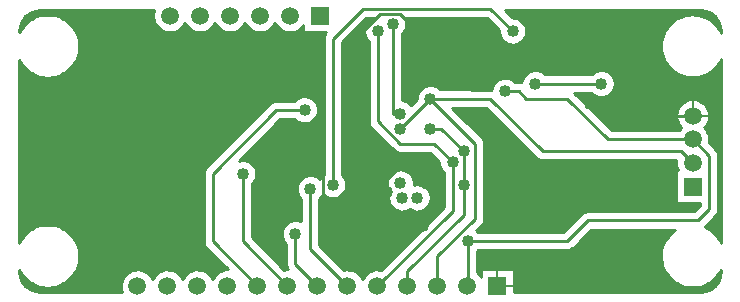
<source format=gbr>
G04 DipTrace 2.4.0.2*
%INBottom.gbr*%
%MOIN*%
%ADD13C,0.01*%
%ADD14C,0.008*%
%ADD17R,0.059X0.059*%
%ADD18C,0.0591*%
%ADD34C,0.04*%
%FSLAX44Y44*%
G04*
G70*
G90*
G75*
G01*
%LNBottom*%
%LPD*%
X13940Y7690D2*
D13*
Y5690D1*
X15185Y4445D1*
X18190Y12940D2*
X19440Y11690D1*
X24190D1*
X17379Y8628D2*
X17129D1*
X16504Y8003D1*
Y7940D1*
Y7565D1*
X26690Y10121D2*
X25759D1*
X24190Y11690D1*
X16504Y7940D2*
X15440D1*
Y7878D1*
X17440Y12940D2*
Y13003D1*
X16940Y13503D1*
X16253D1*
X15690Y12940D1*
Y10378D1*
X15628Y10315D1*
X17690Y6440D2*
X16503Y5253D1*
X16190D1*
X15440Y7878D2*
Y7565D1*
X14878Y7003D1*
X14628D1*
X14377Y7253D1*
Y10815D1*
X14002Y11190D1*
X7627D1*
X7440Y11003D1*
Y12128D2*
Y11003D1*
Y6753D1*
X7690Y6503D1*
Y5815D1*
X6690Y4815D1*
X23255Y10503D2*
X24192D1*
X24380Y10316D1*
X20442Y9378D2*
Y8440D1*
X22254Y6628D1*
X22504Y8003D2*
Y6878D1*
X22254Y6628D1*
X7440Y11003D2*
X8254D1*
X9816Y9441D1*
X7440Y11003D2*
X6002D1*
X4690Y9691D1*
X18692Y8565D2*
Y6952D1*
X16185Y4445D1*
X18692Y8565D2*
X18067Y9190D1*
X16940D1*
X16190Y9940D1*
Y12940D1*
X13440Y6190D2*
Y5190D1*
X14185Y4445D1*
X17185D2*
Y4935D1*
X19065Y6815D1*
Y7690D1*
Y8940D1*
X18315Y9690D1*
X17940D1*
X21440Y11190D2*
X23640D1*
X19065Y7815D2*
Y7690D1*
X17940Y10690D2*
X16940Y9690D1*
X17940Y10690D2*
X19942D1*
X21692Y8940D1*
X26296D1*
X26690Y8546D1*
X18185Y4445D2*
Y5435D1*
X19440Y6690D1*
Y9190D1*
X17940Y10690D1*
X19190Y5940D2*
Y4445D1*
X19185D1*
X20440Y10940D2*
X20890D1*
X21140Y10690D1*
X22512D1*
X23868Y9334D1*
X26690D1*
X27235Y8789D1*
Y6995D1*
X26868Y6628D1*
X23192D1*
X22504Y5940D1*
X19190D1*
X14690Y7815D2*
Y12690D1*
X15690Y13690D1*
X19940D1*
X20690Y12940D1*
X13753Y10315D2*
X12815D1*
X10690Y8190D1*
Y5940D1*
X12185Y4445D1*
X16690Y13190D2*
Y10190D1*
X16940D1*
X11690Y8190D2*
Y5940D1*
X13185Y4445D1*
D34*
X17690Y6440D3*
X16690Y13190D3*
X13940Y7690D3*
X19440Y11690D3*
X18190Y12940D3*
X17940Y9690D3*
X13440Y6190D3*
X11690Y8190D3*
X19190Y5940D3*
X16504Y7565D3*
X17379Y8628D3*
X16940Y10190D3*
X16190Y12940D3*
X24190Y11690D3*
X21440Y11190D3*
X20440Y10940D3*
X13753Y10315D3*
X18692Y8565D3*
X19065Y8940D3*
X14690Y7815D3*
X16940Y9690D3*
X17940Y10690D3*
X20690Y12940D3*
X16190Y5253D3*
X19065Y7815D3*
X15628Y10315D3*
X17440Y12940D3*
X15440Y7878D3*
X23640Y11190D3*
X7440Y12128D3*
Y11003D3*
X7690Y6503D3*
X6690Y4815D3*
X16941Y7878D3*
X17004Y7378D3*
X17504D3*
X20442Y9378D3*
X23255Y10503D3*
X24380Y10316D3*
X22254Y6628D3*
X22504Y8003D3*
X9816Y9441D3*
X4690Y9691D3*
X4598Y13541D2*
D13*
X8704D1*
X20529D2*
X27285D1*
X4470Y13443D2*
X4864D1*
X5516D2*
X8696D1*
X20627D2*
X26343D1*
X27026D2*
X27414D1*
X4388Y13344D2*
X4643D1*
X5737D2*
X8706D1*
X15784D2*
X15973D1*
X17127D2*
X19846D1*
X20907D2*
X26131D1*
X27240D2*
X27493D1*
X4327Y13245D2*
X4504D1*
X5876D2*
X8734D1*
X15685D2*
X15845D1*
X17151D2*
X19945D1*
X21035D2*
X25993D1*
X27377D2*
X27554D1*
X4287Y13147D2*
X4401D1*
X5979D2*
X8784D1*
X9726D2*
X9784D1*
X10726D2*
X10784D1*
X11726D2*
X11784D1*
X12726D2*
X12784D1*
X15587D2*
X15776D1*
X17152D2*
X20043D1*
X21104D2*
X25892D1*
X27477D2*
X27595D1*
X4266Y13048D2*
X4323D1*
X6057D2*
X8867D1*
X9645D2*
X9867D1*
X10645D2*
X10867D1*
X11645D2*
X11867D1*
X12645D2*
X12867D1*
X13645D2*
X13696D1*
X15488D2*
X15739D1*
X17130D2*
X20142D1*
X21141D2*
X25814D1*
X27555D2*
X27614D1*
X6120Y12949D2*
X9009D1*
X9501D2*
X10009D1*
X10501D2*
X11009D1*
X11501D2*
X12009D1*
X12501D2*
X13009D1*
X13501D2*
X13696D1*
X15388D2*
X15726D1*
X17085D2*
X20226D1*
X21154D2*
X25753D1*
X6168Y12851D2*
X14421D1*
X15290D2*
X15735D1*
X17004D2*
X20235D1*
X21145D2*
X25706D1*
X6204Y12752D2*
X14382D1*
X15191D2*
X15767D1*
X17004D2*
X20267D1*
X21113D2*
X25670D1*
X6229Y12653D2*
X14376D1*
X15093D2*
X15828D1*
X17004D2*
X20328D1*
X21052D2*
X25645D1*
X6245Y12554D2*
X14376D1*
X15004D2*
X15876D1*
X17004D2*
X20440D1*
X20940D2*
X25629D1*
X6251Y12456D2*
X14376D1*
X15004D2*
X15876D1*
X17004D2*
X25625D1*
X6248Y12357D2*
X14376D1*
X15004D2*
X15876D1*
X17004D2*
X25628D1*
X6235Y12258D2*
X14376D1*
X15004D2*
X15876D1*
X17004D2*
X25640D1*
X6213Y12160D2*
X14376D1*
X15004D2*
X15876D1*
X17004D2*
X25664D1*
X6180Y12061D2*
X14376D1*
X15004D2*
X15876D1*
X17004D2*
X25696D1*
X6137Y11962D2*
X14376D1*
X15004D2*
X15876D1*
X17004D2*
X25742D1*
X6079Y11864D2*
X14376D1*
X15004D2*
X15876D1*
X17004D2*
X25800D1*
X27571D2*
X27631D1*
X4251Y11765D2*
X4375D1*
X6005D2*
X14376D1*
X15004D2*
X15876D1*
X17004D2*
X25873D1*
X27496D2*
X27631D1*
X4251Y11666D2*
X4468D1*
X5912D2*
X14376D1*
X15004D2*
X15876D1*
X17004D2*
X25968D1*
X27401D2*
X27631D1*
X4251Y11568D2*
X4593D1*
X5787D2*
X14376D1*
X15004D2*
X15876D1*
X17004D2*
X21178D1*
X21702D2*
X23378D1*
X23902D2*
X26096D1*
X27274D2*
X27631D1*
X4251Y11469D2*
X4778D1*
X5602D2*
X14376D1*
X15004D2*
X15876D1*
X17004D2*
X21071D1*
X24009D2*
X26285D1*
X27085D2*
X27631D1*
X4251Y11370D2*
X14376D1*
X15004D2*
X15876D1*
X17004D2*
X20285D1*
X20595D2*
X21014D1*
X24066D2*
X27631D1*
X4251Y11272D2*
X14376D1*
X15004D2*
X15876D1*
X17004D2*
X20120D1*
X20760D2*
X20984D1*
X24096D2*
X27631D1*
X4251Y11173D2*
X14376D1*
X15004D2*
X15876D1*
X17004D2*
X20040D1*
X24104D2*
X27631D1*
X4251Y11074D2*
X14376D1*
X15004D2*
X15876D1*
X17004D2*
X17689D1*
X18191D2*
X19996D1*
X24088D2*
X27631D1*
X4251Y10975D2*
X14376D1*
X15004D2*
X15876D1*
X17004D2*
X17578D1*
X24049D2*
X27631D1*
X4251Y10877D2*
X14376D1*
X15004D2*
X15876D1*
X17004D2*
X17517D1*
X22765D2*
X23301D1*
X23979D2*
X27631D1*
X4251Y10778D2*
X14376D1*
X15004D2*
X15876D1*
X17004D2*
X17485D1*
X22863D2*
X23440D1*
X23840D2*
X27631D1*
X4251Y10679D2*
X13471D1*
X14034D2*
X14376D1*
X15004D2*
X15876D1*
X17004D2*
X17476D1*
X22962D2*
X27631D1*
X4251Y10581D2*
X12657D1*
X14130D2*
X14376D1*
X15004D2*
X15876D1*
X17180D2*
X17392D1*
X23062D2*
X26379D1*
X27001D2*
X27631D1*
X4251Y10482D2*
X12542D1*
X14185D2*
X14376D1*
X15004D2*
X15876D1*
X23160D2*
X26267D1*
X27113D2*
X27631D1*
X4251Y10383D2*
X12443D1*
X14212D2*
X14376D1*
X15004D2*
X15876D1*
X18687D2*
X19809D1*
X23259D2*
X26198D1*
X27182D2*
X27631D1*
X4251Y10285D2*
X12345D1*
X14215D2*
X14376D1*
X15004D2*
X15876D1*
X18785D2*
X19907D1*
X23357D2*
X26156D1*
X27224D2*
X27631D1*
X4251Y10186D2*
X12246D1*
X14198D2*
X14376D1*
X15004D2*
X15876D1*
X18884D2*
X20007D1*
X23455D2*
X26134D1*
X27246D2*
X27631D1*
X4251Y10087D2*
X12148D1*
X14155D2*
X14376D1*
X15004D2*
X15876D1*
X18982D2*
X20106D1*
X23554D2*
X26132D1*
X27248D2*
X27631D1*
X4251Y9989D2*
X12050D1*
X12929D2*
X13428D1*
X14077D2*
X14376D1*
X15004D2*
X15876D1*
X19080D2*
X20204D1*
X23654D2*
X26146D1*
X27234D2*
X27631D1*
X4251Y9890D2*
X11950D1*
X12829D2*
X13584D1*
X13921D2*
X14376D1*
X15004D2*
X15881D1*
X19180D2*
X20303D1*
X23752D2*
X26182D1*
X27198D2*
X27631D1*
X4251Y9791D2*
X11851D1*
X12730D2*
X14376D1*
X15004D2*
X15915D1*
X19279D2*
X20401D1*
X23851D2*
X26242D1*
X27138D2*
X27631D1*
X4251Y9693D2*
X11753D1*
X12632D2*
X14376D1*
X15004D2*
X15998D1*
X19377D2*
X20500D1*
X23949D2*
X26264D1*
X27116D2*
X27631D1*
X4251Y9594D2*
X11654D1*
X12534D2*
X14376D1*
X15004D2*
X16096D1*
X19476D2*
X20600D1*
X27184D2*
X27631D1*
X4251Y9495D2*
X11556D1*
X12435D2*
X14376D1*
X15004D2*
X16195D1*
X19574D2*
X20698D1*
X27224D2*
X27631D1*
X4251Y9396D2*
X11457D1*
X12337D2*
X14376D1*
X15004D2*
X16293D1*
X19673D2*
X20796D1*
X27246D2*
X27631D1*
X4251Y9298D2*
X11357D1*
X12237D2*
X14376D1*
X15004D2*
X16393D1*
X19734D2*
X20895D1*
X27248D2*
X27631D1*
X4251Y9199D2*
X11259D1*
X12138D2*
X14376D1*
X15004D2*
X16492D1*
X19754D2*
X20993D1*
X27265D2*
X27631D1*
X4251Y9100D2*
X11160D1*
X12040D2*
X14376D1*
X15004D2*
X16590D1*
X19754D2*
X21092D1*
X27363D2*
X27631D1*
X4251Y9002D2*
X11062D1*
X11941D2*
X14376D1*
X15004D2*
X16689D1*
X19754D2*
X21192D1*
X27462D2*
X27631D1*
X4251Y8903D2*
X10964D1*
X11843D2*
X14376D1*
X15004D2*
X16831D1*
X19754D2*
X21290D1*
X27527D2*
X27631D1*
X4251Y8804D2*
X10865D1*
X11745D2*
X14376D1*
X15004D2*
X18014D1*
X19754D2*
X21389D1*
X27549D2*
X27631D1*
X4251Y8706D2*
X10765D1*
X11646D2*
X14376D1*
X15004D2*
X18112D1*
X19754D2*
X21489D1*
X27549D2*
X27631D1*
X4251Y8607D2*
X10667D1*
X11879D2*
X14376D1*
X15004D2*
X18210D1*
X19754D2*
X26134D1*
X27549D2*
X27631D1*
X4251Y8508D2*
X10568D1*
X12024D2*
X14376D1*
X15004D2*
X18231D1*
X19754D2*
X26132D1*
X27549D2*
X27631D1*
X4251Y8410D2*
X10470D1*
X12098D2*
X14376D1*
X15004D2*
X18256D1*
X19754D2*
X26148D1*
X27549D2*
X27631D1*
X4251Y8311D2*
X10401D1*
X12137D2*
X14376D1*
X15004D2*
X16795D1*
X17088D2*
X18306D1*
X19754D2*
X26184D1*
X27549D2*
X27631D1*
X4251Y8212D2*
X10378D1*
X12154D2*
X14376D1*
X15004D2*
X16625D1*
X17259D2*
X18378D1*
X19754D2*
X26131D1*
X27549D2*
X27631D1*
X4251Y8114D2*
X10376D1*
X12148D2*
X13767D1*
X14113D2*
X14339D1*
X15041D2*
X16543D1*
X17340D2*
X18378D1*
X19754D2*
X26131D1*
X27549D2*
X27631D1*
X4251Y8015D2*
X10376D1*
X12118D2*
X13614D1*
X15107D2*
X16498D1*
X17384D2*
X18378D1*
X19754D2*
X26131D1*
X27549D2*
X27631D1*
X4251Y7916D2*
X10376D1*
X12062D2*
X13537D1*
X15143D2*
X16479D1*
X17404D2*
X18378D1*
X19754D2*
X26131D1*
X27549D2*
X27631D1*
X4251Y7817D2*
X10376D1*
X12004D2*
X13495D1*
X15154D2*
X16481D1*
X17627D2*
X18378D1*
X19754D2*
X26131D1*
X27549D2*
X27631D1*
X4251Y7719D2*
X10376D1*
X12004D2*
X13478D1*
X15143D2*
X16506D1*
X17813D2*
X18378D1*
X19754D2*
X26131D1*
X27549D2*
X27631D1*
X4251Y7620D2*
X10376D1*
X12004D2*
X13481D1*
X15110D2*
X16557D1*
X17898D2*
X18378D1*
X19754D2*
X26131D1*
X27549D2*
X27631D1*
X4251Y7521D2*
X10376D1*
X12004D2*
X13509D1*
X15046D2*
X16564D1*
X17945D2*
X18378D1*
X19754D2*
X26131D1*
X27549D2*
X27631D1*
X4251Y7423D2*
X10376D1*
X12004D2*
X13564D1*
X14316D2*
X14451D1*
X14929D2*
X16542D1*
X17965D2*
X18378D1*
X19754D2*
X26131D1*
X27549D2*
X27631D1*
X4251Y7324D2*
X10376D1*
X12004D2*
X13626D1*
X14254D2*
X16543D1*
X17965D2*
X18378D1*
X19754D2*
X26131D1*
X27549D2*
X27631D1*
X4251Y7225D2*
X10376D1*
X12004D2*
X13626D1*
X14254D2*
X16567D1*
X17941D2*
X18378D1*
X19754D2*
X26131D1*
X27549D2*
X27631D1*
X4251Y7127D2*
X10376D1*
X12004D2*
X13626D1*
X14254D2*
X16615D1*
X17891D2*
X18378D1*
X19754D2*
X26921D1*
X27549D2*
X27631D1*
X4251Y7028D2*
X10376D1*
X12004D2*
X13626D1*
X14254D2*
X16704D1*
X17802D2*
X18328D1*
X19754D2*
X26829D1*
X27549D2*
X27631D1*
X4251Y6929D2*
X10376D1*
X12004D2*
X13626D1*
X14254D2*
X16925D1*
X17082D2*
X17425D1*
X17582D2*
X18229D1*
X19754D2*
X23143D1*
X27541D2*
X27631D1*
X4251Y6831D2*
X10376D1*
X12004D2*
X13626D1*
X14254D2*
X18131D1*
X19754D2*
X22956D1*
X27501D2*
X27631D1*
X4251Y6732D2*
X10376D1*
X12004D2*
X13626D1*
X14254D2*
X18032D1*
X19754D2*
X22856D1*
X27412D2*
X27631D1*
X4251Y6633D2*
X10376D1*
X12004D2*
X13332D1*
X13548D2*
X13626D1*
X14254D2*
X17934D1*
X19749D2*
X22757D1*
X27313D2*
X27631D1*
X4251Y6535D2*
X10376D1*
X12004D2*
X13134D1*
X14254D2*
X17835D1*
X19712D2*
X22659D1*
X27215D2*
X27631D1*
X4251Y6436D2*
X4843D1*
X5537D2*
X10376D1*
X12004D2*
X13048D1*
X14254D2*
X17735D1*
X19626D2*
X22560D1*
X27116D2*
X27631D1*
X4251Y6337D2*
X4632D1*
X5748D2*
X10376D1*
X12004D2*
X13001D1*
X14254D2*
X17637D1*
X19527D2*
X22462D1*
X27251D2*
X27631D1*
X4251Y6238D2*
X4496D1*
X5884D2*
X10376D1*
X12004D2*
X12979D1*
X14254D2*
X17539D1*
X23243D2*
X25985D1*
X27385D2*
X27631D1*
X4251Y6140D2*
X4395D1*
X5985D2*
X10376D1*
X12004D2*
X12979D1*
X14254D2*
X17440D1*
X23143D2*
X25885D1*
X27484D2*
X27631D1*
X4251Y6041D2*
X4319D1*
X6062D2*
X10376D1*
X12029D2*
X13001D1*
X14254D2*
X17342D1*
X23045D2*
X25809D1*
X27560D2*
X27631D1*
X6123Y5942D2*
X10376D1*
X12127D2*
X13050D1*
X14254D2*
X17243D1*
X22946D2*
X25750D1*
X6171Y5844D2*
X10392D1*
X12226D2*
X13126D1*
X14254D2*
X17143D1*
X22848D2*
X25703D1*
X6205Y5745D2*
X10446D1*
X12324D2*
X13126D1*
X14324D2*
X17045D1*
X22749D2*
X25668D1*
X6230Y5646D2*
X10543D1*
X12423D2*
X13126D1*
X14423D2*
X16946D1*
X22593D2*
X25643D1*
X6246Y5548D2*
X10643D1*
X12523D2*
X13126D1*
X14523D2*
X16848D1*
X19504D2*
X25629D1*
X6251Y5449D2*
X10742D1*
X12621D2*
X13126D1*
X14621D2*
X16750D1*
X19504D2*
X25625D1*
X6248Y5350D2*
X10840D1*
X12720D2*
X13126D1*
X14720D2*
X16651D1*
X19504D2*
X25628D1*
X6234Y5252D2*
X10939D1*
X12818D2*
X13126D1*
X14818D2*
X16551D1*
X19504D2*
X25642D1*
X6212Y5153D2*
X11037D1*
X12916D2*
X13128D1*
X14916D2*
X16453D1*
X19504D2*
X25665D1*
X6177Y5054D2*
X11135D1*
X13015D2*
X13159D1*
X15015D2*
X16354D1*
X19504D2*
X25700D1*
X6134Y4955D2*
X7956D1*
X8404D2*
X8973D1*
X9396D2*
X9973D1*
X10396D2*
X10973D1*
X15396D2*
X15973D1*
X19504D2*
X19626D1*
X20745D2*
X25745D1*
X6074Y4857D2*
X7801D1*
X8559D2*
X8812D1*
X9559D2*
X9812D1*
X10559D2*
X10812D1*
X15559D2*
X15812D1*
X19559D2*
X19626D1*
X20745D2*
X25804D1*
X27566D2*
X27618D1*
X4277Y4758D2*
X4379D1*
X6001D2*
X7715D1*
X8645D2*
X8725D1*
X9646D2*
X9725D1*
X10646D2*
X10725D1*
X15646D2*
X15725D1*
X20745D2*
X25879D1*
X27491D2*
X27604D1*
X4318Y4659D2*
X4476D1*
X5904D2*
X7662D1*
X20745D2*
X25976D1*
X27393D2*
X27564D1*
X4370Y4561D2*
X4604D1*
X5776D2*
X7632D1*
X20745D2*
X26107D1*
X27263D2*
X27514D1*
X4445Y4462D2*
X4795D1*
X5585D2*
X7621D1*
X20745D2*
X26303D1*
X27068D2*
X27437D1*
X4565Y4363D2*
X7628D1*
X20745D2*
X27317D1*
X4780Y4265D2*
X7653D1*
X20745D2*
X27104D1*
X26191Y8308D2*
X26196D1*
X26169Y8374D1*
X26146Y8471D1*
X26141Y8571D1*
X26149Y8638D1*
X26046Y8636D1*
X21692D1*
X21643Y8640D1*
X21594Y8652D1*
X21548Y8672D1*
X21520Y8690D1*
X21477Y8725D1*
X19817Y10386D1*
X18675D1*
X19110Y9950D1*
X19655Y9405D1*
X19687Y9367D1*
X19713Y9324D1*
X19731Y9278D1*
X19739Y9245D1*
X19744Y9190D1*
Y6690D1*
X19740Y6640D1*
X19728Y6592D1*
X19708Y6546D1*
X19690Y6517D1*
X19655Y6475D1*
X19475Y6295D1*
X19527Y6243D1*
X19890Y6244D1*
X22379D1*
X22977Y6843D1*
X23015Y6875D1*
X23058Y6901D1*
X23105Y6919D1*
X23137Y6927D1*
X23192Y6932D1*
X26744D1*
X26930Y7120D1*
X26931Y7209D1*
X26141Y7210D1*
Y8308D1*
X26191D1*
X27237Y9284D2*
X27228Y9227D1*
X27450Y9004D1*
X27483Y8965D1*
X27508Y8923D1*
X27526Y8876D1*
X27534Y8843D1*
X27539Y8789D1*
Y6995D1*
X27535Y6945D1*
X27523Y6897D1*
X27503Y6851D1*
X27485Y6822D1*
X27450Y6780D1*
X27087Y6417D1*
X27163Y6382D1*
X27249Y6332D1*
X27331Y6274D1*
X27407Y6209D1*
X27476Y6137D1*
X27538Y6059D1*
X27593Y5975D1*
X27640Y5885D1*
Y12004D1*
X27596Y11920D1*
X27542Y11836D1*
X27480Y11757D1*
X27411Y11685D1*
X27336Y11619D1*
X27254Y11561D1*
X27168Y11511D1*
X27077Y11469D1*
X26982Y11437D1*
X26885Y11413D1*
X26786Y11399D1*
X26686Y11394D1*
X26587Y11398D1*
X26488Y11412D1*
X26390Y11436D1*
X26296Y11468D1*
X26205Y11510D1*
X26118Y11560D1*
X26037Y11617D1*
X25961Y11683D1*
X25892Y11755D1*
X25830Y11833D1*
X25776Y11917D1*
X25730Y12006D1*
X25692Y12099D1*
X25664Y12195D1*
X25645Y12293D1*
X25635Y12392D1*
Y12492D1*
X25644Y12592D1*
X25663Y12690D1*
X25690Y12786D1*
X25727Y12879D1*
X25773Y12968D1*
X25827Y13052D1*
X25888Y13131D1*
X25957Y13203D1*
X26032Y13269D1*
X26114Y13327D1*
X26200Y13378D1*
X26291Y13420D1*
X26385Y13453D1*
X26482Y13477D1*
X26581Y13491D1*
X26681Y13496D1*
X26781Y13492D1*
X26880Y13478D1*
X26977Y13455D1*
X27072Y13423D1*
X27163Y13382D1*
X27249Y13332D1*
X27331Y13274D1*
X27407Y13209D1*
X27476Y13137D1*
X27538Y13059D1*
X27593Y12975D1*
X27640Y12885D1*
Y12922D1*
X27614Y13123D1*
X27545Y13290D1*
X27435Y13434D1*
X27291Y13545D1*
X27122Y13614D1*
X26920Y13640D1*
X20419D1*
X20667Y13393D1*
X20750Y13390D1*
X20799Y13381D1*
X20847Y13366D1*
X20893Y13346D1*
X20936Y13321D1*
X20977Y13292D1*
X21014Y13258D1*
X21047Y13221D1*
X21076Y13180D1*
X21100Y13136D1*
X21119Y13090D1*
X21132Y13042D1*
X21141Y12992D1*
X21144Y12940D1*
X21141Y12890D1*
X21133Y12841D1*
X21119Y12793D1*
X21101Y12746D1*
X21077Y12702D1*
X21048Y12661D1*
X21016Y12624D1*
X20979Y12590D1*
X20939Y12560D1*
X20895Y12535D1*
X20850Y12515D1*
X20802Y12500D1*
X20753Y12490D1*
X20703Y12486D1*
X20653Y12488D1*
X20604Y12494D1*
X20555Y12506D1*
X20508Y12524D1*
X20464Y12546D1*
X20422Y12574D1*
X20383Y12605D1*
X20348Y12641D1*
X20318Y12680D1*
X20291Y12723D1*
X20270Y12768D1*
X20253Y12815D1*
X20242Y12864D1*
X20237Y12914D1*
Y12962D1*
X19839Y13361D1*
X19813Y13387D1*
X18890Y13386D1*
X17100D1*
X17119Y13340D1*
X17132Y13292D1*
X17141Y13242D1*
X17144Y13190D1*
X17141Y13140D1*
X17133Y13091D1*
X17119Y13043D1*
X17101Y12996D1*
X17077Y12952D1*
X17048Y12911D1*
X16994Y12854D1*
Y10642D1*
X17049Y10631D1*
X17097Y10616D1*
X17143Y10596D1*
X17186Y10571D1*
X17227Y10542D1*
X17264Y10508D1*
X17294Y10474D1*
X17486Y10666D1*
X17492Y10763D1*
X17503Y10812D1*
X17519Y10860D1*
X17540Y10905D1*
X17566Y10947D1*
X17597Y10987D1*
X17631Y11023D1*
X17670Y11055D1*
X17712Y11082D1*
X17756Y11105D1*
X17803Y11123D1*
X17851Y11135D1*
X17901Y11142D1*
X17951Y11144D1*
X18000Y11140D1*
X18049Y11131D1*
X18097Y11116D1*
X18143Y11096D1*
X18186Y11071D1*
X18227Y11042D1*
X18277Y10993D1*
X18640Y10994D1*
X19978Y10992D1*
X19992Y11013D1*
X20003Y11062D1*
X20019Y11110D1*
X20040Y11155D1*
X20066Y11197D1*
X20097Y11237D1*
X20131Y11273D1*
X20170Y11305D1*
X20212Y11332D1*
X20256Y11355D1*
X20303Y11373D1*
X20351Y11385D1*
X20401Y11392D1*
X20451Y11394D1*
X20500Y11390D1*
X20549Y11381D1*
X20597Y11366D1*
X20643Y11346D1*
X20686Y11321D1*
X20727Y11292D1*
X20777Y11243D1*
X20890Y11244D1*
X20924Y11242D1*
X20974Y11232D1*
X20992Y11263D1*
X21003Y11312D1*
X21019Y11360D1*
X21040Y11405D1*
X21066Y11447D1*
X21097Y11487D1*
X21131Y11523D1*
X21170Y11555D1*
X21212Y11582D1*
X21256Y11605D1*
X21303Y11623D1*
X21351Y11635D1*
X21401Y11642D1*
X21451Y11644D1*
X21500Y11640D1*
X21549Y11631D1*
X21597Y11616D1*
X21643Y11596D1*
X21686Y11571D1*
X21727Y11542D1*
X21777Y11493D1*
X22140Y11494D1*
X23304D1*
X23331Y11523D1*
X23370Y11555D1*
X23412Y11582D1*
X23456Y11605D1*
X23503Y11623D1*
X23551Y11635D1*
X23601Y11642D1*
X23651Y11644D1*
X23700Y11640D1*
X23749Y11631D1*
X23797Y11616D1*
X23843Y11596D1*
X23886Y11571D1*
X23927Y11542D1*
X23964Y11508D1*
X23997Y11471D1*
X24026Y11430D1*
X24050Y11386D1*
X24069Y11340D1*
X24082Y11292D1*
X24091Y11242D1*
X24094Y11190D1*
X24091Y11140D1*
X24083Y11091D1*
X24069Y11043D1*
X24051Y10996D1*
X24027Y10952D1*
X23998Y10911D1*
X23966Y10874D1*
X23929Y10840D1*
X23889Y10810D1*
X23845Y10785D1*
X23800Y10765D1*
X23752Y10750D1*
X23703Y10740D1*
X23653Y10736D1*
X23603Y10738D1*
X23554Y10744D1*
X23505Y10756D1*
X23458Y10774D1*
X23414Y10796D1*
X23372Y10824D1*
X23333Y10855D1*
X23304Y10886D1*
X22745D1*
X23399Y10233D1*
X23994Y9638D1*
X26234Y9640D1*
X26297Y9717D1*
X26307Y9727D1*
X26258Y9782D1*
X26218Y9840D1*
X26186Y9902D1*
X26163Y9968D1*
X26147Y10036D1*
X26141Y10106D1*
X26143Y10176D1*
X26155Y10245D1*
X26175Y10312D1*
X26203Y10376D1*
X26239Y10435D1*
X26283Y10490D1*
X26333Y10539D1*
X26389Y10581D1*
X26450Y10615D1*
X26515Y10642D1*
X26582Y10660D1*
X26652Y10669D1*
X26722Y10670D1*
X26791Y10661D1*
X26859Y10644D1*
X26924Y10618D1*
X26985Y10585D1*
X27042Y10543D1*
X27092Y10495D1*
X27137Y10441D1*
X27174Y10382D1*
X27203Y10318D1*
X27224Y10251D1*
X27236Y10182D1*
X27239Y10111D1*
X27233Y10042D1*
X27219Y9973D1*
X27196Y9907D1*
X27164Y9845D1*
X27125Y9786D1*
X27073Y9728D1*
X27131Y9662D1*
X27183Y9576D1*
X27219Y9483D1*
X27237Y9385D1*
Y9284D1*
X19646Y4994D2*
X20734D1*
Y4240D1*
X26922D1*
X27123Y4266D1*
X27290Y4335D1*
X27434Y4445D1*
X27545Y4590D1*
X27614Y4758D1*
X27640Y4960D1*
X27620Y4964D1*
X27570Y4877D1*
X27512Y4796D1*
X27446Y4720D1*
X27374Y4651D1*
X27296Y4589D1*
X27211Y4535D1*
X27123Y4489D1*
X27030Y4452D1*
X26934Y4424D1*
X26836Y4405D1*
X26736Y4395D1*
X26636D1*
X26537Y4404D1*
X26439Y4423D1*
X26343Y4451D1*
X26250Y4488D1*
X26161Y4534D1*
X26077Y4588D1*
X25998Y4649D1*
X25926Y4718D1*
X25860Y4793D1*
X25802Y4875D1*
X25752Y4961D1*
X25710Y5052D1*
X25677Y5146D1*
X25653Y5243D1*
X25639Y5342D1*
X25634Y5442D1*
X25638Y5542D1*
X25652Y5641D1*
X25675Y5738D1*
X25708Y5833D1*
X25749Y5924D1*
X25799Y6011D1*
X25857Y6092D1*
X25922Y6168D1*
X25994Y6237D1*
X26072Y6299D1*
X26110Y6325D1*
X25318Y6324D1*
X23316D1*
X22947Y5953D1*
X22719Y5725D1*
X22681Y5693D1*
X22638Y5667D1*
X22592Y5649D1*
X22559Y5641D1*
X22504Y5636D1*
X19528D1*
X19494Y5604D1*
Y4898D1*
X19560Y4846D1*
X19626Y4771D1*
X19636Y4757D1*
Y4994D1*
X19646D1*
X15685Y4671D2*
X15730Y4752D1*
X15793Y4829D1*
X15869Y4894D1*
X15955Y4944D1*
X16049Y4977D1*
X16148Y4993D1*
X16248Y4990D1*
X16292Y4983D1*
X18389Y7079D1*
X18388Y7602D1*
Y8228D1*
X18350Y8267D1*
X18319Y8306D1*
X18293Y8348D1*
X18271Y8394D1*
X18255Y8441D1*
X18244Y8490D1*
X18238Y8539D1*
Y8588D1*
X17941Y8886D1*
X16940D1*
X16890Y8890D1*
X16842Y8902D1*
X16796Y8922D1*
X16767Y8940D1*
X16725Y8975D1*
X15975Y9725D1*
X15943Y9763D1*
X15917Y9806D1*
X15899Y9853D1*
X15891Y9885D1*
X15886Y9940D1*
Y12604D1*
X15848Y12641D1*
X15818Y12680D1*
X15791Y12723D1*
X15770Y12768D1*
X15753Y12815D1*
X15742Y12864D1*
X15737Y12914D1*
Y12964D1*
X15742Y13013D1*
X15753Y13062D1*
X15769Y13110D1*
X15790Y13155D1*
X15816Y13197D1*
X15847Y13237D1*
X15881Y13273D1*
X15920Y13305D1*
X15962Y13332D1*
X16006Y13355D1*
X16053Y13373D1*
X16109Y13386D1*
X15817D1*
X14993Y12564D1*
X14994Y8151D1*
X15047Y8096D1*
X15076Y8055D1*
X15100Y8011D1*
X15119Y7965D1*
X15132Y7917D1*
X15141Y7867D1*
X15144Y7815D1*
X15141Y7765D1*
X15133Y7716D1*
X15119Y7668D1*
X15101Y7621D1*
X15077Y7577D1*
X15048Y7536D1*
X15016Y7499D1*
X14979Y7465D1*
X14939Y7435D1*
X14895Y7410D1*
X14850Y7390D1*
X14802Y7375D1*
X14753Y7365D1*
X14703Y7361D1*
X14653Y7363D1*
X14604Y7369D1*
X14555Y7381D1*
X14508Y7399D1*
X14464Y7421D1*
X14422Y7449D1*
X14356Y7508D1*
X14327Y7452D1*
X14298Y7411D1*
X14244Y7354D1*
Y5817D1*
X15078Y4982D1*
X15148Y4993D1*
X15248Y4990D1*
X15346Y4970D1*
X15438Y4932D1*
X15522Y4878D1*
X15595Y4810D1*
X15654Y4730D1*
X15685Y4670D1*
X13078Y4983D2*
X13148Y4993D1*
X13209D1*
X13175Y5042D1*
X13154Y5087D1*
X13141Y5135D1*
X13136Y5190D1*
Y5854D1*
X13098Y5891D1*
X13068Y5930D1*
X13041Y5973D1*
X13020Y6018D1*
X13003Y6065D1*
X12992Y6114D1*
X12987Y6164D1*
Y6214D1*
X12992Y6263D1*
X13003Y6312D1*
X13019Y6360D1*
X13040Y6405D1*
X13066Y6447D1*
X13097Y6487D1*
X13131Y6523D1*
X13170Y6555D1*
X13212Y6582D1*
X13256Y6605D1*
X13303Y6623D1*
X13351Y6635D1*
X13401Y6642D1*
X13451Y6644D1*
X13500Y6640D1*
X13549Y6631D1*
X13597Y6616D1*
X13636Y6599D1*
Y7354D1*
X13598Y7391D1*
X13568Y7430D1*
X13541Y7473D1*
X13520Y7518D1*
X13503Y7565D1*
X13492Y7614D1*
X13487Y7664D1*
Y7714D1*
X13492Y7763D1*
X13503Y7812D1*
X13519Y7860D1*
X13540Y7905D1*
X13566Y7947D1*
X13597Y7987D1*
X13631Y8023D1*
X13670Y8055D1*
X13712Y8082D1*
X13756Y8105D1*
X13803Y8123D1*
X13851Y8135D1*
X13901Y8142D1*
X13951Y8144D1*
X14000Y8140D1*
X14049Y8131D1*
X14097Y8116D1*
X14143Y8096D1*
X14186Y8071D1*
X14227Y8042D1*
X14273Y7998D1*
X14316Y8072D1*
X14347Y8112D1*
X14387Y8153D1*
X14386Y8365D1*
Y12690D1*
X14390Y12740D1*
X14402Y12788D1*
X14422Y12834D1*
X14441Y12864D1*
X14454Y12896D1*
X13706D1*
Y13132D1*
X13665Y13079D1*
X13592Y13011D1*
X13507Y12958D1*
X13415Y12920D1*
X13317Y12900D1*
X13217Y12897D1*
X13119Y12913D1*
X13025Y12947D1*
X12938Y12997D1*
X12862Y13061D1*
X12799Y13139D1*
X12755Y13219D1*
X12724Y13160D1*
X12665Y13079D1*
X12592Y13011D1*
X12507Y12958D1*
X12415Y12920D1*
X12317Y12900D1*
X12217Y12897D1*
X12119Y12913D1*
X12025Y12947D1*
X11938Y12997D1*
X11862Y13061D1*
X11799Y13139D1*
X11755Y13219D1*
X11724Y13160D1*
X11665Y13079D1*
X11592Y13011D1*
X11507Y12958D1*
X11415Y12920D1*
X11317Y12900D1*
X11217Y12897D1*
X11119Y12913D1*
X11025Y12947D1*
X10938Y12997D1*
X10862Y13061D1*
X10799Y13139D1*
X10755Y13219D1*
X10724Y13160D1*
X10665Y13079D1*
X10592Y13011D1*
X10507Y12958D1*
X10415Y12920D1*
X10317Y12900D1*
X10217Y12897D1*
X10119Y12913D1*
X10025Y12947D1*
X9938Y12997D1*
X9862Y13061D1*
X9799Y13139D1*
X9755Y13219D1*
X9724Y13160D1*
X9665Y13079D1*
X9592Y13011D1*
X9507Y12958D1*
X9415Y12920D1*
X9317Y12900D1*
X9217Y12897D1*
X9119Y12913D1*
X9025Y12947D1*
X8938Y12997D1*
X8862Y13061D1*
X8799Y13139D1*
X8751Y13227D1*
X8720Y13321D1*
X8707Y13420D1*
X8711Y13520D1*
X8734Y13617D1*
X8742Y13639D1*
X7774Y13640D1*
X4959D1*
X4759Y13614D1*
X4592Y13544D1*
X4447Y13433D1*
X4336Y13289D1*
X4267Y13121D1*
X4240Y12920D1*
X4254Y12919D1*
X4304Y13006D1*
X4362Y13087D1*
X4427Y13163D1*
X4499Y13232D1*
X4577Y13294D1*
X4661Y13349D1*
X4750Y13395D1*
X4842Y13432D1*
X4938Y13461D1*
X5036Y13480D1*
X5136Y13490D1*
X5236D1*
X5335Y13481D1*
X5434Y13463D1*
X5530Y13435D1*
X5623Y13398D1*
X5712Y13353D1*
X5796Y13299D1*
X5875Y13238D1*
X5947Y13169D1*
X6013Y13094D1*
X6072Y13013D1*
X6122Y12926D1*
X6164Y12836D1*
X6197Y12741D1*
X6221Y12644D1*
X6236Y12545D1*
X6241Y12440D1*
X6237Y12340D1*
X6222Y12241D1*
X6199Y12144D1*
X6166Y12050D1*
X6125Y11959D1*
X6075Y11872D1*
X6017Y11791D1*
X5951Y11715D1*
X5879Y11646D1*
X5801Y11584D1*
X5716Y11530D1*
X5628Y11484D1*
X5535Y11447D1*
X5439Y11419D1*
X5341Y11400D1*
X5241Y11390D1*
X5141D1*
X5042Y11399D1*
X4944Y11418D1*
X4848Y11446D1*
X4755Y11483D1*
X4666Y11529D1*
X4582Y11583D1*
X4503Y11644D1*
X4431Y11713D1*
X4365Y11788D1*
X4307Y11870D1*
X4257Y11956D1*
X4240Y11991D1*
Y6174D1*
Y5891D1*
X4304Y6006D1*
X4362Y6087D1*
X4427Y6163D1*
X4499Y6232D1*
X4577Y6294D1*
X4661Y6349D1*
X4750Y6395D1*
X4842Y6432D1*
X4938Y6461D1*
X5036Y6480D1*
X5136Y6490D1*
X5236D1*
X5335Y6481D1*
X5434Y6463D1*
X5530Y6435D1*
X5623Y6398D1*
X5712Y6353D1*
X5796Y6299D1*
X5875Y6238D1*
X5947Y6169D1*
X6013Y6094D1*
X6072Y6013D1*
X6122Y5926D1*
X6164Y5836D1*
X6197Y5741D1*
X6221Y5644D1*
X6236Y5545D1*
X6241Y5440D1*
X6237Y5340D1*
X6222Y5241D1*
X6199Y5144D1*
X6166Y5050D1*
X6125Y4959D1*
X6075Y4872D1*
X6017Y4791D1*
X5951Y4715D1*
X5879Y4646D1*
X5801Y4584D1*
X5716Y4530D1*
X5628Y4484D1*
X5535Y4447D1*
X5439Y4419D1*
X5341Y4400D1*
X5241Y4390D1*
X5141D1*
X5042Y4399D1*
X4944Y4418D1*
X4848Y4446D1*
X4755Y4483D1*
X4666Y4529D1*
X4582Y4583D1*
X4503Y4644D1*
X4431Y4713D1*
X4365Y4788D1*
X4307Y4870D1*
X4257Y4956D1*
X4240Y4991D1*
X4246Y4913D1*
X4266Y4759D1*
X4336Y4592D1*
X4447Y4447D1*
X4591Y4336D1*
X4759Y4267D1*
X4960Y4240D1*
X7674D1*
X7645Y4325D1*
X7631Y4424D1*
X7636Y4524D1*
X7658Y4621D1*
X7698Y4713D1*
X7753Y4796D1*
X7823Y4868D1*
X7905Y4925D1*
X7995Y4967D1*
X8092Y4992D1*
X8192Y4999D1*
X8291Y4988D1*
X8386Y4959D1*
X8475Y4913D1*
X8554Y4852D1*
X8621Y4778D1*
X8673Y4693D1*
X8683Y4668D1*
X8730Y4752D1*
X8793Y4829D1*
X8869Y4894D1*
X8955Y4944D1*
X9049Y4977D1*
X9148Y4993D1*
X9248Y4990D1*
X9346Y4970D1*
X9438Y4932D1*
X9522Y4878D1*
X9595Y4810D1*
X9654Y4730D1*
X9685Y4670D1*
X9730Y4752D1*
X9793Y4829D1*
X9869Y4894D1*
X9955Y4944D1*
X10049Y4977D1*
X10148Y4993D1*
X10248Y4990D1*
X10346Y4970D1*
X10438Y4932D1*
X10522Y4878D1*
X10595Y4810D1*
X10654Y4730D1*
X10685Y4670D1*
X10730Y4752D1*
X10793Y4829D1*
X10869Y4894D1*
X10955Y4944D1*
X11049Y4977D1*
X11148Y4993D1*
X11206D1*
X10475Y5725D1*
X10443Y5763D1*
X10417Y5806D1*
X10399Y5853D1*
X10391Y5885D1*
X10386Y5940D1*
Y8190D1*
X10390Y8240D1*
X10402Y8288D1*
X10422Y8334D1*
X10440Y8363D1*
X10475Y8405D1*
X12600Y10530D1*
X12638Y10562D1*
X12681Y10588D1*
X12727Y10606D1*
X12760Y10614D1*
X12815Y10619D1*
X13417D1*
X13444Y10648D1*
X13482Y10680D1*
X13524Y10707D1*
X13569Y10730D1*
X13615Y10748D1*
X13664Y10760D1*
X13713Y10767D1*
X13763Y10769D1*
X13813Y10765D1*
X13862Y10756D1*
X13910Y10741D1*
X13956Y10721D1*
X13999Y10696D1*
X14039Y10667D1*
X14076Y10633D1*
X14109Y10596D1*
X14138Y10555D1*
X14162Y10511D1*
X14181Y10465D1*
X14195Y10417D1*
X14203Y10367D1*
X14207Y10315D1*
X14204Y10265D1*
X14196Y10216D1*
X14182Y10168D1*
X14163Y10121D1*
X14139Y10077D1*
X14111Y10036D1*
X14078Y9999D1*
X14041Y9965D1*
X14001Y9935D1*
X13958Y9910D1*
X13912Y9890D1*
X13864Y9875D1*
X13815Y9865D1*
X13766Y9861D1*
X13716Y9863D1*
X13666Y9869D1*
X13618Y9881D1*
X13571Y9899D1*
X13526Y9921D1*
X13484Y9949D1*
X13446Y9980D1*
X13416Y10011D1*
X12942D1*
X11553Y8623D1*
X11601Y8635D1*
X11651Y8642D1*
X11701Y8644D1*
X11750Y8640D1*
X11799Y8631D1*
X11847Y8616D1*
X11893Y8596D1*
X11936Y8571D1*
X11977Y8542D1*
X12014Y8508D1*
X12047Y8471D1*
X12076Y8430D1*
X12100Y8386D1*
X12119Y8340D1*
X12132Y8292D1*
X12141Y8242D1*
X12144Y8190D1*
X12141Y8140D1*
X12133Y8091D1*
X12119Y8043D1*
X12101Y7996D1*
X12077Y7952D1*
X12048Y7911D1*
X11994Y7854D1*
Y6067D1*
X13077Y4983D1*
X17393Y7828D2*
X17391Y7817D1*
X17465Y7830D1*
X17515Y7832D1*
X17564Y7828D1*
X17613Y7818D1*
X17661Y7804D1*
X17707Y7784D1*
X17750Y7759D1*
X17791Y7730D1*
X17828Y7696D1*
X17861Y7659D1*
X17889Y7618D1*
X17913Y7574D1*
X17933Y7528D1*
X17946Y7480D1*
X17955Y7430D1*
X17958Y7378D1*
X17955Y7328D1*
X17947Y7279D1*
X17933Y7231D1*
X17915Y7184D1*
X17891Y7140D1*
X17862Y7099D1*
X17830Y7062D1*
X17793Y7028D1*
X17753Y6998D1*
X17709Y6973D1*
X17664Y6953D1*
X17616Y6938D1*
X17567Y6928D1*
X17517Y6924D1*
X17467Y6925D1*
X17418Y6932D1*
X17369Y6944D1*
X17322Y6962D1*
X17255Y6999D1*
X17209Y6973D1*
X17164Y6953D1*
X17116Y6938D1*
X17067Y6928D1*
X17017Y6924D1*
X16967Y6925D1*
X16918Y6932D1*
X16869Y6944D1*
X16822Y6962D1*
X16778Y6984D1*
X16736Y7012D1*
X16697Y7043D1*
X16662Y7079D1*
X16631Y7118D1*
X16605Y7161D1*
X16584Y7206D1*
X16567Y7253D1*
X16556Y7302D1*
X16551Y7352D1*
X16550Y7402D1*
X16556Y7451D1*
X16567Y7500D1*
X16598Y7580D1*
X16543Y7661D1*
X16521Y7706D1*
X16505Y7753D1*
X16494Y7802D1*
X16488Y7852D1*
Y7902D1*
X16493Y7951D1*
X16504Y8000D1*
X16520Y8047D1*
X16541Y8093D1*
X16567Y8135D1*
X16598Y8175D1*
X16633Y8211D1*
X16671Y8243D1*
X16713Y8270D1*
X16757Y8293D1*
X16804Y8311D1*
X16853Y8323D1*
X16902Y8330D1*
X16952Y8332D1*
X17002Y8328D1*
X17051Y8319D1*
X17099Y8304D1*
X17144Y8284D1*
X17188Y8259D1*
X17228Y8230D1*
X17265Y8196D1*
X17298Y8159D1*
X17327Y8118D1*
X17351Y8074D1*
X17370Y8028D1*
X17384Y7980D1*
X17392Y7930D1*
X17395Y7878D1*
X17393Y7828D1*
X26690Y10670D2*
D14*
Y10121D1*
X26141D2*
X27239D1*
X20185Y4994D2*
Y4445D1*
X20734D1*
D17*
X26690Y7759D3*
D18*
Y8546D3*
Y9334D3*
Y10121D3*
D17*
X20185Y4445D3*
D18*
X19185D3*
X18185D3*
X17185D3*
X16185D3*
X15185D3*
X14185D3*
X13185D3*
X12185D3*
X11185D3*
X10185D3*
X9185D3*
D17*
X14255Y13445D3*
D18*
X13255D3*
X12255D3*
X11255D3*
X10255D3*
X9255D3*
X8180Y4450D3*
M02*

</source>
